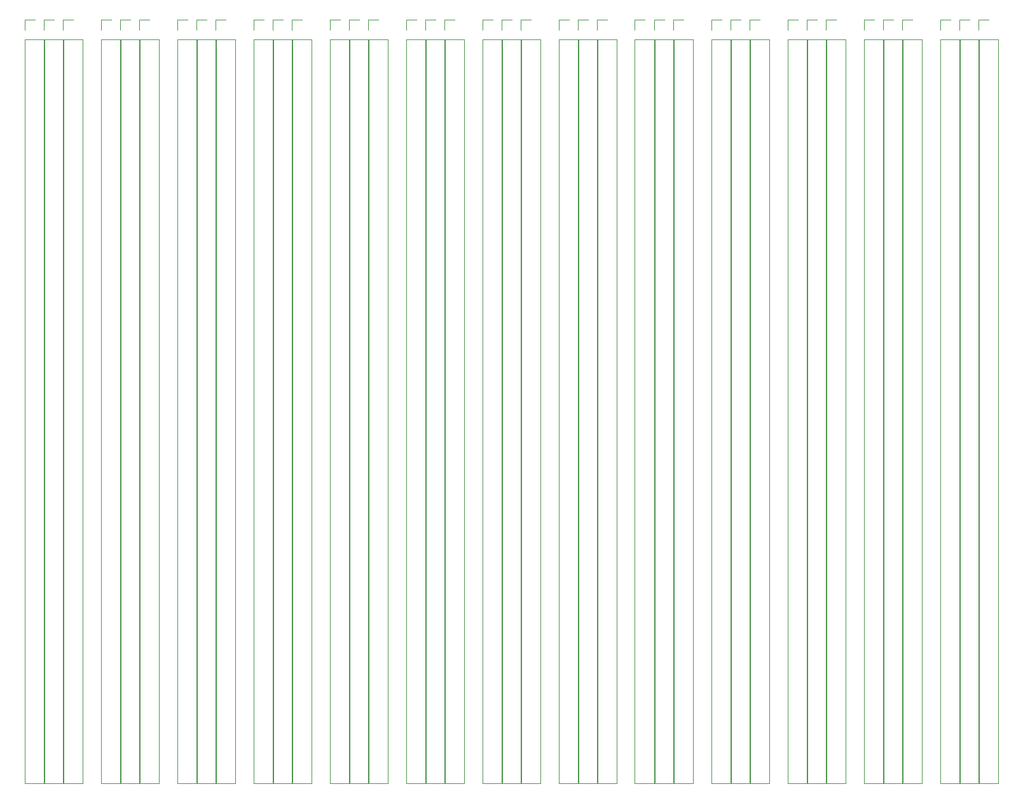
<source format=gto>
G04 #@! TF.GenerationSoftware,KiCad,Pcbnew,5.1.0*
G04 #@! TF.CreationDate,2019-07-01T01:43:07+09:00*
G04 #@! TF.ProjectId,base_board_a,62617365-5f62-46f6-9172-645f612e6b69,rev?*
G04 #@! TF.SameCoordinates,Original*
G04 #@! TF.FileFunction,Legend,Top*
G04 #@! TF.FilePolarity,Positive*
%FSLAX46Y46*%
G04 Gerber Fmt 4.6, Leading zero omitted, Abs format (unit mm)*
G04 Created by KiCad (PCBNEW 5.1.0) date 2019-07-01 01:43:07*
%MOMM*%
%LPD*%
G04 APERTURE LIST*
%ADD10C,0.120000*%
G04 APERTURE END LIST*
D10*
X138370000Y-15815000D02*
X139700000Y-15815000D01*
X138370000Y-17145000D02*
X138370000Y-15815000D01*
X138370000Y-18415000D02*
X141030000Y-18415000D01*
X141030000Y-18415000D02*
X141030000Y-117535000D01*
X138370000Y-18415000D02*
X138370000Y-117535000D01*
X138370000Y-117535000D02*
X141030000Y-117535000D01*
X135830000Y-15815000D02*
X137160000Y-15815000D01*
X135830000Y-17145000D02*
X135830000Y-15815000D01*
X135830000Y-18415000D02*
X138490000Y-18415000D01*
X138490000Y-18415000D02*
X138490000Y-117535000D01*
X135830000Y-18415000D02*
X135830000Y-117535000D01*
X135830000Y-117535000D02*
X138490000Y-117535000D01*
X79950000Y-15815000D02*
X81280000Y-15815000D01*
X79950000Y-17145000D02*
X79950000Y-15815000D01*
X79950000Y-18415000D02*
X82610000Y-18415000D01*
X82610000Y-18415000D02*
X82610000Y-117535000D01*
X79950000Y-18415000D02*
X79950000Y-117535000D01*
X79950000Y-117535000D02*
X82610000Y-117535000D01*
X16450000Y-15815000D02*
X17780000Y-15815000D01*
X16450000Y-17145000D02*
X16450000Y-15815000D01*
X16450000Y-18415000D02*
X19110000Y-18415000D01*
X19110000Y-18415000D02*
X19110000Y-117535000D01*
X16450000Y-18415000D02*
X16450000Y-117535000D01*
X16450000Y-117535000D02*
X19110000Y-117535000D01*
X85030000Y-15815000D02*
X86360000Y-15815000D01*
X85030000Y-17145000D02*
X85030000Y-15815000D01*
X85030000Y-18415000D02*
X87690000Y-18415000D01*
X87690000Y-18415000D02*
X87690000Y-117535000D01*
X85030000Y-18415000D02*
X85030000Y-117535000D01*
X85030000Y-117535000D02*
X87690000Y-117535000D01*
X36770000Y-15815000D02*
X38100000Y-15815000D01*
X36770000Y-17145000D02*
X36770000Y-15815000D01*
X36770000Y-18415000D02*
X39430000Y-18415000D01*
X39430000Y-18415000D02*
X39430000Y-117535000D01*
X36770000Y-18415000D02*
X36770000Y-117535000D01*
X36770000Y-117535000D02*
X39430000Y-117535000D01*
X90110000Y-15815000D02*
X91440000Y-15815000D01*
X90110000Y-17145000D02*
X90110000Y-15815000D01*
X90110000Y-18415000D02*
X92770000Y-18415000D01*
X92770000Y-18415000D02*
X92770000Y-117535000D01*
X90110000Y-18415000D02*
X90110000Y-117535000D01*
X90110000Y-117535000D02*
X92770000Y-117535000D01*
X87570000Y-15815000D02*
X88900000Y-15815000D01*
X87570000Y-17145000D02*
X87570000Y-15815000D01*
X87570000Y-18415000D02*
X90230000Y-18415000D01*
X90230000Y-18415000D02*
X90230000Y-117535000D01*
X87570000Y-18415000D02*
X87570000Y-117535000D01*
X87570000Y-117535000D02*
X90230000Y-117535000D01*
X77410000Y-15815000D02*
X78740000Y-15815000D01*
X77410000Y-17145000D02*
X77410000Y-15815000D01*
X77410000Y-18415000D02*
X80070000Y-18415000D01*
X80070000Y-18415000D02*
X80070000Y-117535000D01*
X77410000Y-18415000D02*
X77410000Y-117535000D01*
X77410000Y-117535000D02*
X80070000Y-117535000D01*
X74870000Y-15815000D02*
X76200000Y-15815000D01*
X74870000Y-17145000D02*
X74870000Y-15815000D01*
X74870000Y-18415000D02*
X77530000Y-18415000D01*
X77530000Y-18415000D02*
X77530000Y-117535000D01*
X74870000Y-18415000D02*
X74870000Y-117535000D01*
X74870000Y-117535000D02*
X77530000Y-117535000D01*
X69790000Y-15815000D02*
X71120000Y-15815000D01*
X69790000Y-17145000D02*
X69790000Y-15815000D01*
X69790000Y-18415000D02*
X72450000Y-18415000D01*
X72450000Y-18415000D02*
X72450000Y-117535000D01*
X69790000Y-18415000D02*
X69790000Y-117535000D01*
X69790000Y-117535000D02*
X72450000Y-117535000D01*
X67250000Y-15815000D02*
X68580000Y-15815000D01*
X67250000Y-17145000D02*
X67250000Y-15815000D01*
X67250000Y-18415000D02*
X69910000Y-18415000D01*
X69910000Y-18415000D02*
X69910000Y-117535000D01*
X67250000Y-18415000D02*
X67250000Y-117535000D01*
X67250000Y-117535000D02*
X69910000Y-117535000D01*
X64710000Y-15815000D02*
X66040000Y-15815000D01*
X64710000Y-17145000D02*
X64710000Y-15815000D01*
X64710000Y-18415000D02*
X67370000Y-18415000D01*
X67370000Y-18415000D02*
X67370000Y-117535000D01*
X64710000Y-18415000D02*
X64710000Y-117535000D01*
X64710000Y-117535000D02*
X67370000Y-117535000D01*
X140910000Y-15815000D02*
X142240000Y-15815000D01*
X140910000Y-17145000D02*
X140910000Y-15815000D01*
X140910000Y-18415000D02*
X143570000Y-18415000D01*
X143570000Y-18415000D02*
X143570000Y-117535000D01*
X140910000Y-18415000D02*
X140910000Y-117535000D01*
X140910000Y-117535000D02*
X143570000Y-117535000D01*
X59630000Y-15815000D02*
X60960000Y-15815000D01*
X59630000Y-17145000D02*
X59630000Y-15815000D01*
X59630000Y-18415000D02*
X62290000Y-18415000D01*
X62290000Y-18415000D02*
X62290000Y-117535000D01*
X59630000Y-18415000D02*
X59630000Y-117535000D01*
X59630000Y-117535000D02*
X62290000Y-117535000D01*
X57090000Y-15815000D02*
X58420000Y-15815000D01*
X57090000Y-17145000D02*
X57090000Y-15815000D01*
X57090000Y-18415000D02*
X59750000Y-18415000D01*
X59750000Y-18415000D02*
X59750000Y-117535000D01*
X57090000Y-18415000D02*
X57090000Y-117535000D01*
X57090000Y-117535000D02*
X59750000Y-117535000D01*
X54550000Y-15815000D02*
X55880000Y-15815000D01*
X54550000Y-17145000D02*
X54550000Y-15815000D01*
X54550000Y-18415000D02*
X57210000Y-18415000D01*
X57210000Y-18415000D02*
X57210000Y-117535000D01*
X54550000Y-18415000D02*
X54550000Y-117535000D01*
X54550000Y-117535000D02*
X57210000Y-117535000D01*
X130750000Y-15815000D02*
X132080000Y-15815000D01*
X130750000Y-17145000D02*
X130750000Y-15815000D01*
X130750000Y-18415000D02*
X133410000Y-18415000D01*
X133410000Y-18415000D02*
X133410000Y-117535000D01*
X130750000Y-18415000D02*
X130750000Y-117535000D01*
X130750000Y-117535000D02*
X133410000Y-117535000D01*
X49470000Y-15815000D02*
X50800000Y-15815000D01*
X49470000Y-17145000D02*
X49470000Y-15815000D01*
X49470000Y-18415000D02*
X52130000Y-18415000D01*
X52130000Y-18415000D02*
X52130000Y-117535000D01*
X49470000Y-18415000D02*
X49470000Y-117535000D01*
X49470000Y-117535000D02*
X52130000Y-117535000D01*
X128210000Y-15815000D02*
X129540000Y-15815000D01*
X128210000Y-17145000D02*
X128210000Y-15815000D01*
X128210000Y-18415000D02*
X130870000Y-18415000D01*
X130870000Y-18415000D02*
X130870000Y-117535000D01*
X128210000Y-18415000D02*
X128210000Y-117535000D01*
X128210000Y-117535000D02*
X130870000Y-117535000D01*
X46930000Y-15815000D02*
X48260000Y-15815000D01*
X46930000Y-17145000D02*
X46930000Y-15815000D01*
X46930000Y-18415000D02*
X49590000Y-18415000D01*
X49590000Y-18415000D02*
X49590000Y-117535000D01*
X46930000Y-18415000D02*
X46930000Y-117535000D01*
X46930000Y-117535000D02*
X49590000Y-117535000D01*
X125670000Y-15815000D02*
X127000000Y-15815000D01*
X125670000Y-17145000D02*
X125670000Y-15815000D01*
X125670000Y-18415000D02*
X128330000Y-18415000D01*
X128330000Y-18415000D02*
X128330000Y-117535000D01*
X125670000Y-18415000D02*
X125670000Y-117535000D01*
X125670000Y-117535000D02*
X128330000Y-117535000D01*
X44390000Y-15815000D02*
X45720000Y-15815000D01*
X44390000Y-17145000D02*
X44390000Y-15815000D01*
X44390000Y-18415000D02*
X47050000Y-18415000D01*
X47050000Y-18415000D02*
X47050000Y-117535000D01*
X44390000Y-18415000D02*
X44390000Y-117535000D01*
X44390000Y-117535000D02*
X47050000Y-117535000D01*
X120590000Y-15815000D02*
X121920000Y-15815000D01*
X120590000Y-17145000D02*
X120590000Y-15815000D01*
X120590000Y-18415000D02*
X123250000Y-18415000D01*
X123250000Y-18415000D02*
X123250000Y-117535000D01*
X120590000Y-18415000D02*
X120590000Y-117535000D01*
X120590000Y-117535000D02*
X123250000Y-117535000D01*
X39310000Y-15815000D02*
X40640000Y-15815000D01*
X39310000Y-17145000D02*
X39310000Y-15815000D01*
X39310000Y-18415000D02*
X41970000Y-18415000D01*
X41970000Y-18415000D02*
X41970000Y-117535000D01*
X39310000Y-18415000D02*
X39310000Y-117535000D01*
X39310000Y-117535000D02*
X41970000Y-117535000D01*
X118050000Y-15815000D02*
X119380000Y-15815000D01*
X118050000Y-17145000D02*
X118050000Y-15815000D01*
X118050000Y-18415000D02*
X120710000Y-18415000D01*
X120710000Y-18415000D02*
X120710000Y-117535000D01*
X118050000Y-18415000D02*
X118050000Y-117535000D01*
X118050000Y-117535000D02*
X120710000Y-117535000D01*
X115510000Y-15815000D02*
X116840000Y-15815000D01*
X115510000Y-17145000D02*
X115510000Y-15815000D01*
X115510000Y-18415000D02*
X118170000Y-18415000D01*
X118170000Y-18415000D02*
X118170000Y-117535000D01*
X115510000Y-18415000D02*
X115510000Y-117535000D01*
X115510000Y-117535000D02*
X118170000Y-117535000D01*
X34230000Y-15815000D02*
X35560000Y-15815000D01*
X34230000Y-17145000D02*
X34230000Y-15815000D01*
X34230000Y-18415000D02*
X36890000Y-18415000D01*
X36890000Y-18415000D02*
X36890000Y-117535000D01*
X34230000Y-18415000D02*
X34230000Y-117535000D01*
X34230000Y-117535000D02*
X36890000Y-117535000D01*
X110430000Y-15815000D02*
X111760000Y-15815000D01*
X110430000Y-17145000D02*
X110430000Y-15815000D01*
X110430000Y-18415000D02*
X113090000Y-18415000D01*
X113090000Y-18415000D02*
X113090000Y-117535000D01*
X110430000Y-18415000D02*
X110430000Y-117535000D01*
X110430000Y-117535000D02*
X113090000Y-117535000D01*
X29150000Y-15815000D02*
X30480000Y-15815000D01*
X29150000Y-17145000D02*
X29150000Y-15815000D01*
X29150000Y-18415000D02*
X31810000Y-18415000D01*
X31810000Y-18415000D02*
X31810000Y-117535000D01*
X29150000Y-18415000D02*
X29150000Y-117535000D01*
X29150000Y-117535000D02*
X31810000Y-117535000D01*
X107890000Y-15815000D02*
X109220000Y-15815000D01*
X107890000Y-17145000D02*
X107890000Y-15815000D01*
X107890000Y-18415000D02*
X110550000Y-18415000D01*
X110550000Y-18415000D02*
X110550000Y-117535000D01*
X107890000Y-18415000D02*
X107890000Y-117535000D01*
X107890000Y-117535000D02*
X110550000Y-117535000D01*
X26610000Y-15815000D02*
X27940000Y-15815000D01*
X26610000Y-17145000D02*
X26610000Y-15815000D01*
X26610000Y-18415000D02*
X29270000Y-18415000D01*
X29270000Y-18415000D02*
X29270000Y-117535000D01*
X26610000Y-18415000D02*
X26610000Y-117535000D01*
X26610000Y-117535000D02*
X29270000Y-117535000D01*
X105350000Y-15815000D02*
X106680000Y-15815000D01*
X105350000Y-17145000D02*
X105350000Y-15815000D01*
X105350000Y-18415000D02*
X108010000Y-18415000D01*
X108010000Y-18415000D02*
X108010000Y-117535000D01*
X105350000Y-18415000D02*
X105350000Y-117535000D01*
X105350000Y-117535000D02*
X108010000Y-117535000D01*
X24070000Y-15815000D02*
X25400000Y-15815000D01*
X24070000Y-17145000D02*
X24070000Y-15815000D01*
X24070000Y-18415000D02*
X26730000Y-18415000D01*
X26730000Y-18415000D02*
X26730000Y-117535000D01*
X24070000Y-18415000D02*
X24070000Y-117535000D01*
X24070000Y-117535000D02*
X26730000Y-117535000D01*
X100270000Y-15815000D02*
X101600000Y-15815000D01*
X100270000Y-17145000D02*
X100270000Y-15815000D01*
X100270000Y-18415000D02*
X102930000Y-18415000D01*
X102930000Y-18415000D02*
X102930000Y-117535000D01*
X100270000Y-18415000D02*
X100270000Y-117535000D01*
X100270000Y-117535000D02*
X102930000Y-117535000D01*
X18990000Y-15815000D02*
X20320000Y-15815000D01*
X18990000Y-17145000D02*
X18990000Y-15815000D01*
X18990000Y-18415000D02*
X21650000Y-18415000D01*
X21650000Y-18415000D02*
X21650000Y-117535000D01*
X18990000Y-18415000D02*
X18990000Y-117535000D01*
X18990000Y-117535000D02*
X21650000Y-117535000D01*
X97730000Y-15815000D02*
X99060000Y-15815000D01*
X97730000Y-17145000D02*
X97730000Y-15815000D01*
X97730000Y-18415000D02*
X100390000Y-18415000D01*
X100390000Y-18415000D02*
X100390000Y-117535000D01*
X97730000Y-18415000D02*
X97730000Y-117535000D01*
X97730000Y-117535000D02*
X100390000Y-117535000D01*
X95141000Y-15815000D02*
X96471000Y-15815000D01*
X95141000Y-17145000D02*
X95141000Y-15815000D01*
X95141000Y-18415000D02*
X97801000Y-18415000D01*
X97801000Y-18415000D02*
X97801000Y-117535000D01*
X95141000Y-18415000D02*
X95141000Y-117535000D01*
X95141000Y-117535000D02*
X97801000Y-117535000D01*
X13910000Y-117535000D02*
X16570000Y-117535000D01*
X13910000Y-18415000D02*
X13910000Y-117535000D01*
X16570000Y-18415000D02*
X16570000Y-117535000D01*
X13910000Y-18415000D02*
X16570000Y-18415000D01*
X13910000Y-17145000D02*
X13910000Y-15815000D01*
X13910000Y-15815000D02*
X15240000Y-15815000D01*
M02*

</source>
